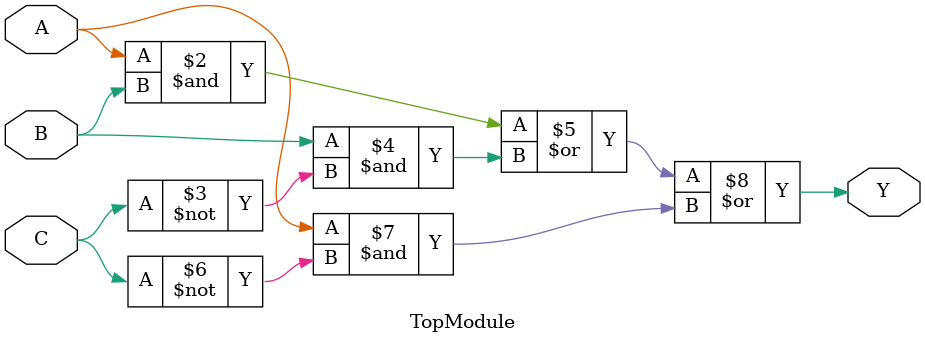
<source format=sv>
module TopModule (
    input logic A,
    input logic B,
    input logic C,
    output logic Y
);

always @(*) begin
    Y = (A & B) | (B & ~C) | (A & ~C);
end

endmodule
</source>
